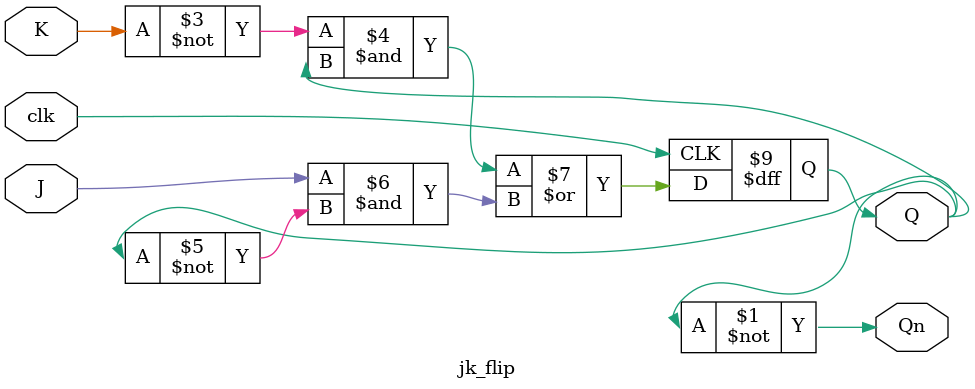
<source format=v>
module jk_flip(
input J,
input K,
input clk,
output reg Q,
output Qn
);
assign Qn = ~Q;
initial begin 
Q = 0;
end
always@(posedge clk) begin

 Q <= (~K&Q)|(J&~Q);
 end
endmodule

</source>
